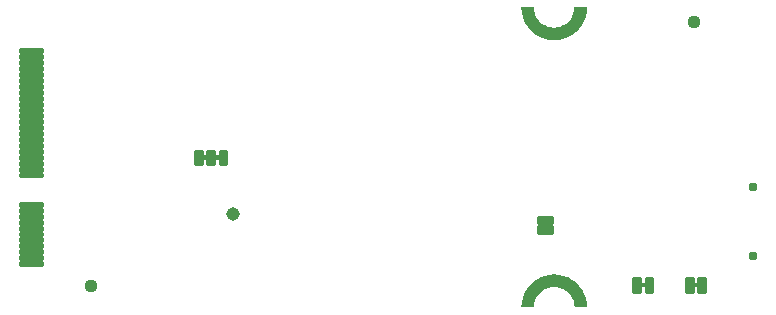
<source format=gbs>
G04 EAGLE Gerber RS-274X export*
G75*
%MOMM*%
%FSLAX34Y34*%
%LPD*%
%INSoldermask Bottom*%
%IPPOS*%
%AMOC8*
5,1,8,0,0,1.08239X$1,22.5*%
G01*
%ADD10C,0.228344*%
%ADD11C,0.228600*%
%ADD12C,0.777000*%
%ADD13C,1.143000*%
%ADD14C,0.228959*%
%ADD15C,0.581000*%
%ADD16C,1.127000*%

G36*
X525751Y302679D02*
X525751Y302679D01*
X525761Y302683D01*
X525787Y302684D01*
X529621Y303518D01*
X529629Y303523D01*
X529655Y303528D01*
X533331Y304900D01*
X533339Y304905D01*
X533363Y304914D01*
X536807Y306795D01*
X536814Y306802D01*
X536837Y306814D01*
X539978Y309165D01*
X539984Y309173D01*
X540005Y309189D01*
X542779Y311963D01*
X542784Y311972D01*
X542803Y311990D01*
X545154Y315131D01*
X545157Y315140D01*
X545173Y315161D01*
X547054Y318605D01*
X547056Y318614D01*
X547068Y318637D01*
X548440Y322313D01*
X548440Y322323D01*
X548450Y322347D01*
X549284Y326181D01*
X549283Y326191D01*
X549289Y326217D01*
X549569Y330130D01*
X549563Y330156D01*
X549567Y330181D01*
X549549Y330223D01*
X549539Y330267D01*
X549521Y330285D01*
X549510Y330309D01*
X549472Y330334D01*
X549441Y330366D01*
X549415Y330372D01*
X549394Y330386D01*
X549320Y330397D01*
X539320Y330397D01*
X539313Y330395D01*
X539306Y330397D01*
X539247Y330376D01*
X539186Y330358D01*
X539181Y330353D01*
X539174Y330350D01*
X539136Y330300D01*
X539094Y330253D01*
X539093Y330246D01*
X539088Y330240D01*
X539072Y330168D01*
X538858Y327450D01*
X538226Y324817D01*
X537190Y322317D01*
X535776Y320009D01*
X534018Y317950D01*
X531959Y316192D01*
X529651Y314778D01*
X527151Y313742D01*
X524518Y313110D01*
X521820Y312898D01*
X519122Y313110D01*
X516489Y313742D01*
X513989Y314778D01*
X511681Y316192D01*
X509622Y317950D01*
X509569Y318013D01*
X509143Y318512D01*
X508930Y318761D01*
X508717Y319010D01*
X508504Y319260D01*
X508079Y319758D01*
X508078Y319758D01*
X507866Y320007D01*
X507864Y320009D01*
X506450Y322317D01*
X505414Y324817D01*
X504782Y327450D01*
X504568Y330168D01*
X504566Y330174D01*
X504567Y330181D01*
X504541Y330239D01*
X504519Y330298D01*
X504513Y330303D01*
X504510Y330309D01*
X504457Y330344D01*
X504407Y330382D01*
X504400Y330382D01*
X504394Y330386D01*
X504320Y330397D01*
X494320Y330397D01*
X494295Y330390D01*
X494269Y330392D01*
X494229Y330371D01*
X494186Y330358D01*
X494169Y330338D01*
X494146Y330326D01*
X494124Y330287D01*
X494094Y330253D01*
X494090Y330227D01*
X494077Y330204D01*
X494071Y330130D01*
X494351Y326217D01*
X494355Y326207D01*
X494356Y326181D01*
X495190Y322347D01*
X495195Y322339D01*
X495200Y322313D01*
X496572Y318637D01*
X496577Y318629D01*
X496586Y318605D01*
X498467Y315161D01*
X498474Y315154D01*
X498486Y315131D01*
X500837Y311990D01*
X500845Y311984D01*
X500861Y311963D01*
X503635Y309189D01*
X503644Y309184D01*
X503662Y309165D01*
X506803Y306814D01*
X506812Y306811D01*
X506833Y306795D01*
X510277Y304914D01*
X510286Y304912D01*
X510309Y304900D01*
X513985Y303528D01*
X513995Y303528D01*
X514019Y303518D01*
X517853Y302684D01*
X517863Y302685D01*
X517889Y302679D01*
X521802Y302399D01*
X521812Y302401D01*
X521838Y302399D01*
X525751Y302679D01*
G37*
G36*
X504387Y76005D02*
X504387Y76005D01*
X504394Y76003D01*
X504453Y76024D01*
X504514Y76042D01*
X504519Y76047D01*
X504526Y76050D01*
X504565Y76100D01*
X504606Y76147D01*
X504607Y76154D01*
X504612Y76160D01*
X504628Y76232D01*
X504842Y78950D01*
X505474Y81583D01*
X506510Y84083D01*
X507924Y86391D01*
X509682Y88450D01*
X511741Y90208D01*
X514049Y91622D01*
X516549Y92658D01*
X519182Y93290D01*
X521880Y93502D01*
X524578Y93290D01*
X527211Y92658D01*
X529711Y91622D01*
X532019Y90208D01*
X534078Y88450D01*
X534202Y88304D01*
X534415Y88055D01*
X534840Y87556D01*
X534841Y87556D01*
X535053Y87307D01*
X535266Y87058D01*
X535479Y86809D01*
X535692Y86559D01*
X535836Y86391D01*
X537250Y84083D01*
X538286Y81583D01*
X538918Y78950D01*
X539132Y76232D01*
X539134Y76226D01*
X539133Y76219D01*
X539159Y76161D01*
X539181Y76102D01*
X539187Y76097D01*
X539190Y76091D01*
X539243Y76056D01*
X539293Y76018D01*
X539301Y76018D01*
X539307Y76014D01*
X539380Y76003D01*
X549380Y76003D01*
X549405Y76010D01*
X549431Y76008D01*
X549471Y76029D01*
X549514Y76042D01*
X549531Y76062D01*
X549554Y76074D01*
X549576Y76113D01*
X549606Y76147D01*
X549610Y76173D01*
X549623Y76196D01*
X549629Y76270D01*
X549349Y80183D01*
X549345Y80193D01*
X549344Y80219D01*
X548510Y84053D01*
X548505Y84061D01*
X548500Y84087D01*
X547128Y87763D01*
X547123Y87771D01*
X547114Y87795D01*
X545233Y91239D01*
X545226Y91246D01*
X545214Y91269D01*
X542863Y94410D01*
X542855Y94416D01*
X542839Y94437D01*
X540065Y97211D01*
X540056Y97216D01*
X540038Y97235D01*
X536897Y99586D01*
X536888Y99589D01*
X536867Y99605D01*
X533423Y101486D01*
X533414Y101488D01*
X533391Y101500D01*
X529715Y102872D01*
X529705Y102872D01*
X529681Y102882D01*
X525847Y103716D01*
X525837Y103715D01*
X525811Y103721D01*
X521898Y104001D01*
X521888Y103999D01*
X521862Y104001D01*
X517949Y103721D01*
X517939Y103717D01*
X517913Y103716D01*
X514079Y102882D01*
X514071Y102877D01*
X514045Y102872D01*
X510369Y101500D01*
X510361Y101495D01*
X510337Y101486D01*
X506893Y99605D01*
X506886Y99598D01*
X506863Y99586D01*
X503722Y97235D01*
X503716Y97227D01*
X503695Y97211D01*
X500921Y94437D01*
X500916Y94428D01*
X500897Y94410D01*
X498546Y91269D01*
X498543Y91260D01*
X498527Y91239D01*
X496646Y87795D01*
X496644Y87786D01*
X496632Y87763D01*
X495260Y84087D01*
X495260Y84077D01*
X495250Y84053D01*
X494416Y80219D01*
X494417Y80209D01*
X494411Y80183D01*
X494131Y76270D01*
X494137Y76244D01*
X494133Y76219D01*
X494151Y76177D01*
X494161Y76133D01*
X494179Y76115D01*
X494190Y76091D01*
X494228Y76066D01*
X494259Y76034D01*
X494285Y76028D01*
X494307Y76014D01*
X494380Y76003D01*
X504380Y76003D01*
X504387Y76005D01*
G37*
G36*
X238190Y201053D02*
X238190Y201053D01*
X238256Y201055D01*
X238299Y201073D01*
X238346Y201081D01*
X238403Y201115D01*
X238463Y201140D01*
X238498Y201171D01*
X238539Y201196D01*
X238581Y201247D01*
X238629Y201291D01*
X238651Y201333D01*
X238680Y201370D01*
X238701Y201432D01*
X238732Y201491D01*
X238740Y201545D01*
X238752Y201582D01*
X238751Y201622D01*
X238759Y201676D01*
X238759Y204216D01*
X238748Y204281D01*
X238746Y204347D01*
X238728Y204390D01*
X238720Y204437D01*
X238686Y204494D01*
X238661Y204554D01*
X238630Y204589D01*
X238605Y204630D01*
X238554Y204672D01*
X238510Y204720D01*
X238468Y204742D01*
X238431Y204771D01*
X238369Y204792D01*
X238310Y204823D01*
X238256Y204831D01*
X238219Y204843D01*
X238179Y204842D01*
X238125Y204850D01*
X234315Y204850D01*
X234250Y204839D01*
X234184Y204837D01*
X234141Y204819D01*
X234094Y204811D01*
X234037Y204777D01*
X233977Y204752D01*
X233942Y204721D01*
X233901Y204696D01*
X233860Y204645D01*
X233811Y204601D01*
X233789Y204559D01*
X233760Y204522D01*
X233739Y204460D01*
X233708Y204401D01*
X233700Y204347D01*
X233688Y204310D01*
X233688Y204307D01*
X233689Y204270D01*
X233681Y204216D01*
X233681Y201676D01*
X233692Y201611D01*
X233694Y201545D01*
X233712Y201502D01*
X233720Y201455D01*
X233754Y201398D01*
X233779Y201338D01*
X233810Y201303D01*
X233835Y201262D01*
X233886Y201221D01*
X233930Y201172D01*
X233972Y201150D01*
X234009Y201121D01*
X234071Y201100D01*
X234130Y201069D01*
X234184Y201061D01*
X234221Y201049D01*
X234261Y201050D01*
X234315Y201042D01*
X238125Y201042D01*
X238190Y201053D01*
G37*
G36*
X228030Y201053D02*
X228030Y201053D01*
X228096Y201055D01*
X228139Y201073D01*
X228186Y201081D01*
X228243Y201115D01*
X228303Y201140D01*
X228338Y201171D01*
X228379Y201196D01*
X228421Y201247D01*
X228469Y201291D01*
X228491Y201333D01*
X228520Y201370D01*
X228541Y201432D01*
X228572Y201491D01*
X228580Y201545D01*
X228592Y201582D01*
X228591Y201622D01*
X228599Y201676D01*
X228599Y204216D01*
X228588Y204281D01*
X228586Y204347D01*
X228568Y204390D01*
X228560Y204437D01*
X228526Y204494D01*
X228501Y204554D01*
X228470Y204589D01*
X228445Y204630D01*
X228394Y204672D01*
X228350Y204720D01*
X228308Y204742D01*
X228271Y204771D01*
X228209Y204792D01*
X228150Y204823D01*
X228096Y204831D01*
X228059Y204843D01*
X228019Y204842D01*
X227965Y204850D01*
X224155Y204850D01*
X224090Y204839D01*
X224024Y204837D01*
X223981Y204819D01*
X223934Y204811D01*
X223877Y204777D01*
X223817Y204752D01*
X223782Y204721D01*
X223741Y204696D01*
X223700Y204645D01*
X223651Y204601D01*
X223629Y204559D01*
X223600Y204522D01*
X223579Y204460D01*
X223548Y204401D01*
X223540Y204347D01*
X223528Y204310D01*
X223528Y204307D01*
X223529Y204270D01*
X223521Y204216D01*
X223521Y201676D01*
X223532Y201611D01*
X223534Y201545D01*
X223552Y201502D01*
X223560Y201455D01*
X223594Y201398D01*
X223619Y201338D01*
X223650Y201303D01*
X223675Y201262D01*
X223726Y201221D01*
X223770Y201172D01*
X223812Y201150D01*
X223849Y201121D01*
X223911Y201100D01*
X223970Y201069D01*
X224024Y201061D01*
X224061Y201049D01*
X224101Y201050D01*
X224155Y201042D01*
X227965Y201042D01*
X228030Y201053D01*
G37*
G36*
X598870Y93103D02*
X598870Y93103D01*
X598936Y93105D01*
X598979Y93123D01*
X599026Y93131D01*
X599083Y93165D01*
X599143Y93190D01*
X599178Y93221D01*
X599219Y93246D01*
X599261Y93297D01*
X599309Y93341D01*
X599331Y93383D01*
X599360Y93420D01*
X599381Y93482D01*
X599412Y93541D01*
X599420Y93595D01*
X599432Y93632D01*
X599431Y93672D01*
X599439Y93726D01*
X599439Y96266D01*
X599428Y96331D01*
X599426Y96397D01*
X599408Y96440D01*
X599400Y96487D01*
X599366Y96544D01*
X599341Y96604D01*
X599310Y96639D01*
X599285Y96680D01*
X599234Y96722D01*
X599190Y96770D01*
X599148Y96792D01*
X599111Y96821D01*
X599049Y96842D01*
X598990Y96873D01*
X598936Y96881D01*
X598899Y96893D01*
X598859Y96892D01*
X598805Y96900D01*
X594995Y96900D01*
X594930Y96889D01*
X594864Y96887D01*
X594821Y96869D01*
X594774Y96861D01*
X594717Y96827D01*
X594657Y96802D01*
X594622Y96771D01*
X594581Y96746D01*
X594540Y96695D01*
X594491Y96651D01*
X594469Y96609D01*
X594440Y96572D01*
X594419Y96510D01*
X594388Y96451D01*
X594380Y96397D01*
X594368Y96360D01*
X594368Y96357D01*
X594369Y96320D01*
X594361Y96266D01*
X594361Y93726D01*
X594372Y93661D01*
X594374Y93595D01*
X594392Y93552D01*
X594400Y93505D01*
X594434Y93448D01*
X594459Y93388D01*
X594490Y93353D01*
X594515Y93312D01*
X594566Y93271D01*
X594610Y93222D01*
X594652Y93200D01*
X594689Y93171D01*
X594751Y93150D01*
X594810Y93119D01*
X594864Y93111D01*
X594901Y93099D01*
X594941Y93100D01*
X594995Y93092D01*
X598805Y93092D01*
X598870Y93103D01*
G37*
G36*
X643574Y93103D02*
X643574Y93103D01*
X643640Y93105D01*
X643683Y93123D01*
X643730Y93131D01*
X643787Y93165D01*
X643847Y93190D01*
X643882Y93221D01*
X643923Y93246D01*
X643965Y93297D01*
X644013Y93341D01*
X644035Y93383D01*
X644064Y93420D01*
X644085Y93482D01*
X644116Y93541D01*
X644124Y93595D01*
X644136Y93632D01*
X644135Y93672D01*
X644143Y93726D01*
X644143Y96266D01*
X644132Y96331D01*
X644130Y96397D01*
X644112Y96440D01*
X644104Y96487D01*
X644070Y96544D01*
X644045Y96604D01*
X644014Y96639D01*
X643989Y96680D01*
X643938Y96722D01*
X643894Y96770D01*
X643852Y96792D01*
X643815Y96821D01*
X643753Y96842D01*
X643694Y96873D01*
X643640Y96881D01*
X643603Y96893D01*
X643563Y96892D01*
X643509Y96900D01*
X639699Y96900D01*
X639634Y96889D01*
X639568Y96887D01*
X639525Y96869D01*
X639478Y96861D01*
X639421Y96827D01*
X639361Y96802D01*
X639326Y96771D01*
X639285Y96746D01*
X639244Y96695D01*
X639195Y96651D01*
X639173Y96609D01*
X639144Y96572D01*
X639123Y96510D01*
X639092Y96451D01*
X639084Y96397D01*
X639072Y96360D01*
X639072Y96357D01*
X639073Y96320D01*
X639065Y96266D01*
X639065Y93726D01*
X639076Y93661D01*
X639078Y93595D01*
X639096Y93552D01*
X639104Y93505D01*
X639138Y93448D01*
X639163Y93388D01*
X639194Y93353D01*
X639219Y93312D01*
X639270Y93271D01*
X639314Y93222D01*
X639356Y93200D01*
X639393Y93171D01*
X639455Y93150D01*
X639514Y93119D01*
X639568Y93111D01*
X639605Y93099D01*
X639645Y93100D01*
X639699Y93092D01*
X643509Y93092D01*
X643574Y93103D01*
G37*
D10*
X238758Y208790D02*
X244350Y208790D01*
X244350Y197102D01*
X238758Y197102D01*
X238758Y208790D01*
X238758Y199271D02*
X244350Y199271D01*
X244350Y201440D02*
X238758Y201440D01*
X238758Y203609D02*
X244350Y203609D01*
X244350Y205778D02*
X238758Y205778D01*
X238758Y207947D02*
X244350Y207947D01*
X233936Y208790D02*
X228344Y208790D01*
X233936Y208790D02*
X233936Y197102D01*
X228344Y197102D01*
X228344Y208790D01*
X228344Y199271D02*
X233936Y199271D01*
X233936Y201440D02*
X228344Y201440D01*
X228344Y203609D02*
X233936Y203609D01*
X233936Y205778D02*
X228344Y205778D01*
X228344Y207947D02*
X233936Y207947D01*
X223522Y208790D02*
X217930Y208790D01*
X223522Y208790D02*
X223522Y197102D01*
X217930Y197102D01*
X217930Y208790D01*
X217930Y199271D02*
X223522Y199271D01*
X223522Y201440D02*
X217930Y201440D01*
X217930Y203609D02*
X223522Y203609D01*
X223522Y205778D02*
X217930Y205778D01*
X217930Y207947D02*
X223522Y207947D01*
X644015Y100840D02*
X649607Y100840D01*
X649607Y89152D01*
X644015Y89152D01*
X644015Y100840D01*
X644015Y91321D02*
X649607Y91321D01*
X649607Y93490D02*
X644015Y93490D01*
X644015Y95659D02*
X649607Y95659D01*
X649607Y97828D02*
X644015Y97828D01*
X644015Y99997D02*
X649607Y99997D01*
X639193Y100840D02*
X633601Y100840D01*
X639193Y100840D02*
X639193Y89152D01*
X633601Y89152D01*
X633601Y100840D01*
X633601Y91321D02*
X639193Y91321D01*
X639193Y93490D02*
X633601Y93490D01*
X633601Y95659D02*
X639193Y95659D01*
X639193Y97828D02*
X633601Y97828D01*
X633601Y99997D02*
X639193Y99997D01*
D11*
X520192Y139319D02*
X520192Y144653D01*
X520192Y139319D02*
X508508Y139319D01*
X508508Y144653D01*
X520192Y144653D01*
X520192Y141491D02*
X508508Y141491D01*
X508508Y143663D02*
X520192Y143663D01*
X520192Y147447D02*
X520192Y152781D01*
X520192Y147447D02*
X508508Y147447D01*
X508508Y152781D01*
X520192Y152781D01*
X520192Y149619D02*
X508508Y149619D01*
X508508Y151791D02*
X520192Y151791D01*
D10*
X599311Y100840D02*
X604903Y100840D01*
X604903Y89152D01*
X599311Y89152D01*
X599311Y100840D01*
X599311Y91321D02*
X604903Y91321D01*
X604903Y93490D02*
X599311Y93490D01*
X599311Y95659D02*
X604903Y95659D01*
X604903Y97828D02*
X599311Y97828D01*
X599311Y99997D02*
X604903Y99997D01*
X594489Y100840D02*
X588897Y100840D01*
X594489Y100840D02*
X594489Y89152D01*
X588897Y89152D01*
X588897Y100840D01*
X588897Y91321D02*
X594489Y91321D01*
X594489Y93490D02*
X588897Y93490D01*
X588897Y95659D02*
X594489Y95659D01*
X594489Y97828D02*
X588897Y97828D01*
X588897Y99997D02*
X594489Y99997D01*
D12*
X690598Y119944D03*
X690598Y177744D03*
D13*
X249936Y155448D03*
D14*
X69510Y114440D02*
X69510Y111960D01*
X69510Y114440D02*
X87990Y114440D01*
X87990Y111960D01*
X69510Y111960D01*
X69510Y114135D02*
X87990Y114135D01*
X69510Y116960D02*
X69510Y119440D01*
X87990Y119440D01*
X87990Y116960D01*
X69510Y116960D01*
X69510Y119135D02*
X87990Y119135D01*
X69510Y121960D02*
X69510Y124440D01*
X87990Y124440D01*
X87990Y121960D01*
X69510Y121960D01*
X69510Y124135D02*
X87990Y124135D01*
X69510Y126960D02*
X69510Y129440D01*
X87990Y129440D01*
X87990Y126960D01*
X69510Y126960D01*
X69510Y129135D02*
X87990Y129135D01*
X69510Y131960D02*
X69510Y134440D01*
X87990Y134440D01*
X87990Y131960D01*
X69510Y131960D01*
X69510Y134135D02*
X87990Y134135D01*
X69510Y136960D02*
X69510Y139440D01*
X87990Y139440D01*
X87990Y136960D01*
X69510Y136960D01*
X69510Y139135D02*
X87990Y139135D01*
X69510Y141960D02*
X69510Y144440D01*
X87990Y144440D01*
X87990Y141960D01*
X69510Y141960D01*
X69510Y144135D02*
X87990Y144135D01*
X69510Y146960D02*
X69510Y149440D01*
X87990Y149440D01*
X87990Y146960D01*
X69510Y146960D01*
X69510Y149135D02*
X87990Y149135D01*
X69510Y151960D02*
X69510Y154440D01*
X87990Y154440D01*
X87990Y151960D01*
X69510Y151960D01*
X69510Y154135D02*
X87990Y154135D01*
X69510Y156960D02*
X69510Y159440D01*
X87990Y159440D01*
X87990Y156960D01*
X69510Y156960D01*
X69510Y159135D02*
X87990Y159135D01*
X69510Y161960D02*
X69510Y164440D01*
X87990Y164440D01*
X87990Y161960D01*
X69510Y161960D01*
X69510Y164135D02*
X87990Y164135D01*
X69510Y186960D02*
X69510Y189440D01*
X87990Y189440D01*
X87990Y186960D01*
X69510Y186960D01*
X69510Y189135D02*
X87990Y189135D01*
X69510Y191960D02*
X69510Y194440D01*
X87990Y194440D01*
X87990Y191960D01*
X69510Y191960D01*
X69510Y194135D02*
X87990Y194135D01*
X69510Y196960D02*
X69510Y199440D01*
X87990Y199440D01*
X87990Y196960D01*
X69510Y196960D01*
X69510Y199135D02*
X87990Y199135D01*
X69510Y201960D02*
X69510Y204440D01*
X87990Y204440D01*
X87990Y201960D01*
X69510Y201960D01*
X69510Y204135D02*
X87990Y204135D01*
X69510Y206960D02*
X69510Y209440D01*
X87990Y209440D01*
X87990Y206960D01*
X69510Y206960D01*
X69510Y209135D02*
X87990Y209135D01*
X69510Y211960D02*
X69510Y214440D01*
X87990Y214440D01*
X87990Y211960D01*
X69510Y211960D01*
X69510Y214135D02*
X87990Y214135D01*
X69510Y216960D02*
X69510Y219440D01*
X87990Y219440D01*
X87990Y216960D01*
X69510Y216960D01*
X69510Y219135D02*
X87990Y219135D01*
X69510Y221960D02*
X69510Y224440D01*
X87990Y224440D01*
X87990Y221960D01*
X69510Y221960D01*
X69510Y224135D02*
X87990Y224135D01*
X69510Y226960D02*
X69510Y229440D01*
X87990Y229440D01*
X87990Y226960D01*
X69510Y226960D01*
X69510Y229135D02*
X87990Y229135D01*
X69510Y231960D02*
X69510Y234440D01*
X87990Y234440D01*
X87990Y231960D01*
X69510Y231960D01*
X69510Y234135D02*
X87990Y234135D01*
X69510Y236960D02*
X69510Y239440D01*
X87990Y239440D01*
X87990Y236960D01*
X69510Y236960D01*
X69510Y239135D02*
X87990Y239135D01*
X69510Y241960D02*
X69510Y244440D01*
X87990Y244440D01*
X87990Y241960D01*
X69510Y241960D01*
X69510Y244135D02*
X87990Y244135D01*
X69510Y246960D02*
X69510Y249440D01*
X87990Y249440D01*
X87990Y246960D01*
X69510Y246960D01*
X69510Y249135D02*
X87990Y249135D01*
X69510Y251960D02*
X69510Y254440D01*
X87990Y254440D01*
X87990Y251960D01*
X69510Y251960D01*
X69510Y254135D02*
X87990Y254135D01*
X69510Y256960D02*
X69510Y259440D01*
X87990Y259440D01*
X87990Y256960D01*
X69510Y256960D01*
X69510Y259135D02*
X87990Y259135D01*
X69510Y261960D02*
X69510Y264440D01*
X87990Y264440D01*
X87990Y261960D01*
X69510Y261960D01*
X69510Y264135D02*
X87990Y264135D01*
X69510Y266960D02*
X69510Y269440D01*
X87990Y269440D01*
X87990Y266960D01*
X69510Y266960D01*
X69510Y269135D02*
X87990Y269135D01*
X69510Y271960D02*
X69510Y274440D01*
X87990Y274440D01*
X87990Y271960D01*
X69510Y271960D01*
X69510Y274135D02*
X87990Y274135D01*
X69510Y276960D02*
X69510Y279440D01*
X87990Y279440D01*
X87990Y276960D01*
X69510Y276960D01*
X69510Y279135D02*
X87990Y279135D01*
X69510Y281960D02*
X69510Y284440D01*
X87990Y284440D01*
X87990Y281960D01*
X69510Y281960D01*
X69510Y284135D02*
X87990Y284135D01*
X69510Y286960D02*
X69510Y289440D01*
X87990Y289440D01*
X87990Y286960D01*
X69510Y286960D01*
X69510Y289135D02*
X87990Y289135D01*
X69510Y291960D02*
X69510Y294440D01*
X87990Y294440D01*
X87990Y291960D01*
X69510Y291960D01*
X69510Y294135D02*
X87990Y294135D01*
D15*
X542880Y86252D03*
X500880Y86252D03*
X521880Y99252D03*
X500820Y320148D03*
X542820Y320148D03*
X521820Y307148D03*
D16*
X640080Y317500D03*
X129540Y93980D03*
M02*

</source>
